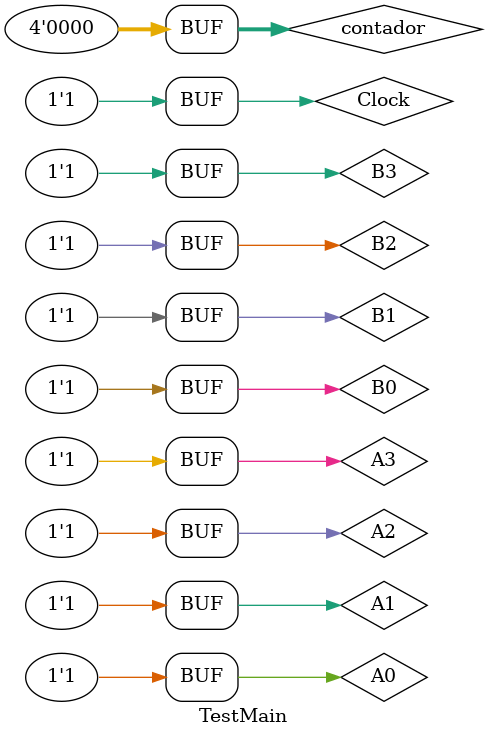
<source format=v>
`timescale 1ns / 1ps


module TestMain;

	// Inputs
	reg Clock;
	reg A0;
	reg A1;
	reg A2;
	reg A3;
	reg B0;
	reg B1;
	reg B2;
	reg B3;
	reg [3:0] contador;

	// Outputs
	wire s0;
	wire s1;
	wire s2;
	wire s3;
	wire a;
	wire b;
	wire c;
	wire d;
	wire e;
	wire f;
	wire g;

	// Instantiate the Unit Under Test (UUT)
	main uut (
		.Clock(Clock), 
		.s0(s0), 
		.s1(s1), 
		.s2(s2), 
		.s3(s3), 
		.A0(A0), 
		.A1(A1), 
		.A2(A2), 
		.A3(A3), 
		.B0(B0), 
		.B1(B1), 
		.B2(B2), 
		.B3(B3), 
		.a(a), 
		.b(b), 
		.c(c), 
		.d(d), 
		.e(e), 
		.f(f), 
		.g(g)
	);

	initial begin
		
		for(contador=0; contador <16; contador = contador+1)
			begin
			A0 = contador[0];
			A1 = contador[1];
			A2 = contador[2];
			A3 = contador[3];
			B3 = contador[0];
			B2 = contador[1];
			B1 = contador[2];
			B0 = contador[3];
			#8000000;
			end
		end

	always
	begin
	Clock = 0; 
	#10;
	Clock = 1;
	#10;
	end
      
endmodule


</source>
